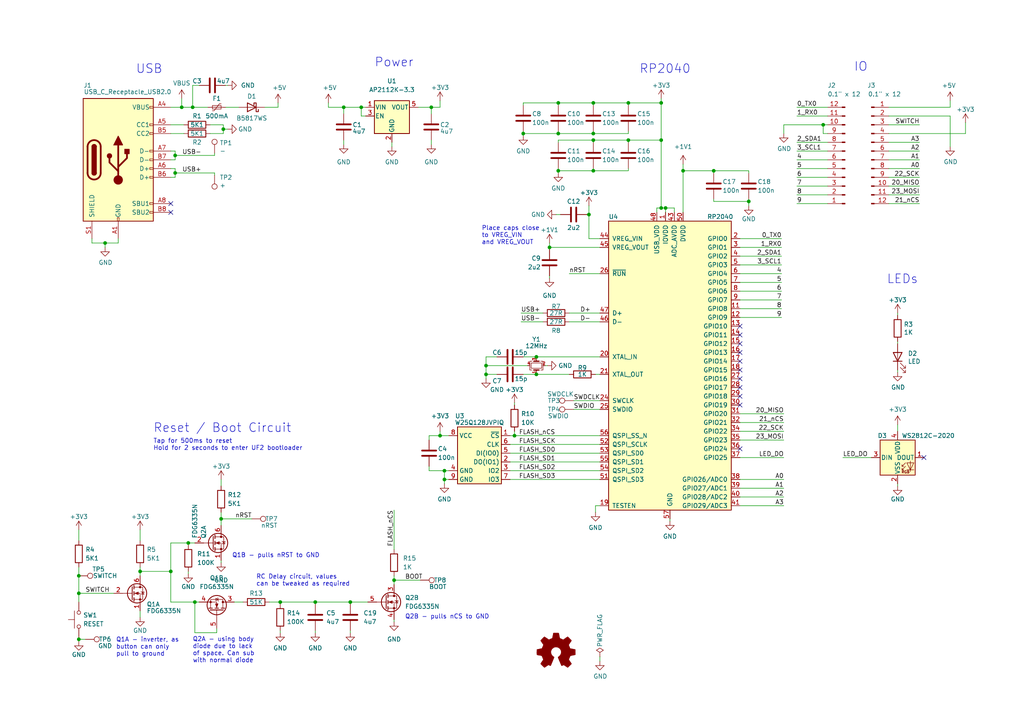
<source format=kicad_sch>
(kicad_sch (version 20211123) (generator eeschema)
  (paper "A4")
  (title_block (title "Sea Picro") (date "2022-03-07") (rev "0.2") (company "Josh Johnson"))
  (junction (at 170.815 62.23))
  (junction (at 40.64 165.735))
  (junction (at 140.97 106.045))
  (junction (at 207.01 49.53))
  (junction (at 125.095 31.115))
  (junction (at 56.515 174.625))
  (junction (at 64.77 37.465))
  (junction (at 64.135 150.495))
  (junction (at 172.085 38.735))
  (junction (at 22.86 172.085))
  (junction (at 54.61 157.48))
  (junction (at 182.245 29.845))
  (junction (at 151.765 38.735))
  (junction (at 161.925 49.53))
  (junction (at 182.245 40.64))
  (junction (at 22.86 185.42))
  (junction (at 50.8 45.085))
  (junction (at 193.04 60.325))
  (junction (at 191.77 40.64))
  (junction (at 172.085 49.53))
  (junction (at 104.775 31.115))
  (junction (at 159.385 71.755))
  (junction (at 52.705 31.115))
  (junction (at 22.86 167.005))
  (junction (at 30.48 70.485))
  (junction (at 198.12 49.53))
  (junction (at 50.8 50.165))
  (junction (at 101.6 174.625))
  (junction (at 155.575 108.585))
  (junction (at 161.925 38.735))
  (junction (at 91.44 174.625))
  (junction (at 127.635 126.365))
  (junction (at 49.53 165.735))
  (junction (at 140.97 108.585))
  (junction (at 155.575 103.505))
  (junction (at 128.905 136.525))
  (junction (at 55.88 31.115))
  (junction (at 99.695 31.115))
  (junction (at 81.28 174.625))
  (junction (at 114.3 168.275))
  (junction (at 128.905 139.065))
  (junction (at 172.085 29.845))
  (junction (at 191.77 29.845))
  (junction (at 172.085 40.64))
  (junction (at 149.225 126.365))
  (junction (at 161.925 29.845))
  (junction (at 217.17 58.42))
  (junction (at 238.76 36.195))
  (junction (at 191.77 60.325))
  (no_connect (at 214.63 114.935))
  (no_connect (at 214.63 117.475))
  (no_connect (at 214.63 99.695))
  (no_connect (at 214.63 107.315))
  (no_connect (at 214.63 104.775))
  (no_connect (at 214.63 97.155))
  (no_connect (at 214.63 94.615))
  (no_connect (at 214.63 130.175))
  (no_connect (at 214.63 112.395))
  (no_connect (at 49.53 59.055))
  (no_connect (at 214.63 102.235))
  (no_connect (at 214.63 109.855))
  (no_connect (at 49.53 61.595))
  (no_connect (at 267.97 132.715))
  (wire (pts (xy 128.905 136.525) (xy 128.905 139.065)))
  (wire (pts (xy 50.8 48.895) (xy 50.8 50.165)))
  (wire (pts (xy 260.35 107.315) (xy 260.35 107.95)))
  (wire (pts (xy 127.635 126.365) (xy 124.46 126.365)))
  (wire (pts (xy 151.765 30.48) (xy 151.765 29.845)))
  (wire (pts (xy 191.77 29.845) (xy 191.77 40.64)))
  (wire (pts (xy 60.96 36.195) (xy 64.77 36.195)))
  (wire (pts (xy 147.955 126.365) (xy 149.225 126.365)))
  (wire (pts (xy 182.245 29.845) (xy 191.77 29.845)))
  (wire (pts (xy 207.01 49.53) (xy 198.12 49.53)))
  (wire (pts (xy 56.515 174.625) (xy 49.53 174.625)))
  (wire (pts (xy 231.14 56.515) (xy 240.03 56.515)))
  (wire (pts (xy 191.77 40.64) (xy 191.77 60.325)))
  (wire (pts (xy 257.81 41.275) (xy 266.7 41.275)))
  (wire (pts (xy 114.3 167.005) (xy 114.3 168.275)))
  (wire (pts (xy 182.245 29.845) (xy 182.245 30.48)))
  (wire (pts (xy 214.63 92.075) (xy 226.695 92.075)))
  (wire (pts (xy 26.67 70.485) (xy 30.48 70.485)))
  (wire (pts (xy 140.97 103.505) (xy 140.97 106.045)))
  (wire (pts (xy 40.64 164.465) (xy 40.64 165.735)))
  (wire (pts (xy 80.645 31.115) (xy 80.645 29.845)))
  (wire (pts (xy 157.48 93.345) (xy 151.13 93.345)))
  (wire (pts (xy 231.14 53.975) (xy 240.03 53.975)))
  (wire (pts (xy 65.405 31.115) (xy 69.215 31.115)))
  (wire (pts (xy 231.14 51.435) (xy 240.03 51.435)))
  (wire (pts (xy 64.135 148.59) (xy 64.135 150.495)))
  (wire (pts (xy 161.925 48.895) (xy 161.925 49.53)))
  (wire (pts (xy 173.99 71.755) (xy 159.385 71.755)))
  (wire (pts (xy 155.575 108.585) (xy 165.1 108.585)))
  (wire (pts (xy 198.12 49.53) (xy 198.12 61.595)))
  (wire (pts (xy 22.86 167.005) (xy 22.86 172.085)))
  (wire (pts (xy 214.63 71.755) (xy 226.695 71.755)))
  (wire (pts (xy 99.695 31.115) (xy 104.775 31.115)))
  (wire (pts (xy 231.14 33.655) (xy 240.03 33.655)))
  (wire (pts (xy 55.88 24.765) (xy 57.785 24.765)))
  (wire (pts (xy 49.53 48.895) (xy 50.8 48.895)))
  (wire (pts (xy 50.8 50.165) (xy 50.8 51.435)))
  (wire (pts (xy 191.77 28.575) (xy 191.77 29.845)))
  (wire (pts (xy 275.59 31.115) (xy 275.59 29.21)))
  (wire (pts (xy 50.8 45.085) (xy 62.23 45.085)))
  (wire (pts (xy 238.76 38.735) (xy 238.76 36.195)))
  (wire (pts (xy 275.59 33.655) (xy 275.59 42.545)))
  (wire (pts (xy 172.085 30.48) (xy 172.085 29.845)))
  (wire (pts (xy 166.37 118.745) (xy 173.99 118.745)))
  (wire (pts (xy 64.135 150.495) (xy 73.025 150.495)))
  (wire (pts (xy 257.81 43.815) (xy 266.7 43.815)))
  (wire (pts (xy 207.01 57.785) (xy 207.01 58.42)))
  (wire (pts (xy 260.35 91.44) (xy 260.35 90.805)))
  (wire (pts (xy 193.04 60.325) (xy 191.77 60.325)))
  (wire (pts (xy 231.14 43.815) (xy 240.03 43.815)))
  (wire (pts (xy 64.135 150.495) (xy 64.135 152.4)))
  (wire (pts (xy 182.245 38.1) (xy 182.245 38.735)))
  (wire (pts (xy 172.085 38.735) (xy 182.245 38.735)))
  (wire (pts (xy 240.03 38.735) (xy 238.76 38.735)))
  (wire (pts (xy 214.63 144.145) (xy 227.33 144.145)))
  (wire (pts (xy 49.53 174.625) (xy 49.53 165.735)))
  (wire (pts (xy 121.285 31.115) (xy 125.095 31.115)))
  (wire (pts (xy 140.97 108.585) (xy 140.97 109.855)))
  (wire (pts (xy 114.3 147.955) (xy 114.3 159.385)))
  (wire (pts (xy 22.86 153.67) (xy 22.86 156.845)))
  (wire (pts (xy 214.63 74.295) (xy 226.695 74.295)))
  (wire (pts (xy 214.63 127.635) (xy 227.33 127.635)))
  (wire (pts (xy 64.77 36.195) (xy 64.77 37.465)))
  (wire (pts (xy 182.245 48.895) (xy 182.245 49.53)))
  (wire (pts (xy 147.955 133.985) (xy 173.99 133.985)))
  (wire (pts (xy 161.925 38.735) (xy 172.085 38.735)))
  (wire (pts (xy 207.01 49.53) (xy 217.17 49.53)))
  (wire (pts (xy 53.34 36.195) (xy 49.53 36.195)))
  (wire (pts (xy 127.635 29.21) (xy 127.635 31.115)))
  (wire (pts (xy 140.97 106.045) (xy 140.97 108.585)))
  (wire (pts (xy 159.385 70.485) (xy 159.385 71.755)))
  (wire (pts (xy 170.815 62.23) (xy 170.815 69.215)))
  (wire (pts (xy 99.695 31.115) (xy 99.695 33.02)))
  (wire (pts (xy 149.225 125.095) (xy 149.225 126.365)))
  (wire (pts (xy 172.085 49.53) (xy 182.245 49.53)))
  (wire (pts (xy 198.12 47.625) (xy 198.12 49.53)))
  (wire (pts (xy 157.48 90.805) (xy 151.13 90.805)))
  (wire (pts (xy 260.35 99.695) (xy 260.35 99.06)))
  (wire (pts (xy 257.81 36.195) (xy 266.7 36.195)))
  (wire (pts (xy 217.17 58.42) (xy 217.17 59.69)))
  (wire (pts (xy 49.53 43.815) (xy 50.8 43.815)))
  (wire (pts (xy 172.085 29.845) (xy 182.245 29.845)))
  (wire (pts (xy 257.81 33.655) (xy 275.59 33.655)))
  (wire (pts (xy 65.405 24.765) (xy 66.04 24.765)))
  (wire (pts (xy 207.01 50.165) (xy 207.01 49.53)))
  (wire (pts (xy 50.8 46.355) (xy 49.53 46.355)))
  (wire (pts (xy 22.86 172.085) (xy 33.02 172.085)))
  (wire (pts (xy 101.6 174.625) (xy 106.68 174.625)))
  (wire (pts (xy 161.925 29.845) (xy 161.925 30.48)))
  (wire (pts (xy 54.61 157.48) (xy 54.61 158.115)))
  (wire (pts (xy 101.6 182.88) (xy 101.6 183.515)))
  (wire (pts (xy 130.175 136.525) (xy 128.905 136.525)))
  (wire (pts (xy 26.67 69.215) (xy 26.67 70.485)))
  (wire (pts (xy 257.81 59.055) (xy 266.7 59.055)))
  (wire (pts (xy 104.775 33.655) (xy 104.775 31.115)))
  (wire (pts (xy 147.955 136.525) (xy 173.99 136.525)))
  (wire (pts (xy 50.8 51.435) (xy 49.53 51.435)))
  (wire (pts (xy 128.905 139.065) (xy 130.175 139.065)))
  (wire (pts (xy 257.81 48.895) (xy 266.7 48.895)))
  (wire (pts (xy 214.63 139.065) (xy 227.33 139.065)))
  (wire (pts (xy 52.705 28.575) (xy 52.705 31.115)))
  (wire (pts (xy 214.63 141.605) (xy 227.33 141.605)))
  (wire (pts (xy 260.35 123.19) (xy 260.35 125.095)))
  (wire (pts (xy 140.97 108.585) (xy 144.145 108.585)))
  (wire (pts (xy 50.8 45.085) (xy 50.8 46.355)))
  (wire (pts (xy 101.6 175.26) (xy 101.6 174.625)))
  (wire (pts (xy 214.63 84.455) (xy 226.695 84.455)))
  (wire (pts (xy 161.925 49.53) (xy 172.085 49.53)))
  (wire (pts (xy 60.96 38.735) (xy 64.77 38.735)))
  (wire (pts (xy 151.765 29.845) (xy 161.925 29.845)))
  (wire (pts (xy 172.085 40.64) (xy 172.085 41.275)))
  (wire (pts (xy 40.64 165.735) (xy 40.64 167.005)))
  (wire (pts (xy 172.085 38.1) (xy 172.085 38.735)))
  (wire (pts (xy 22.86 164.465) (xy 22.86 167.005)))
  (wire (pts (xy 125.095 31.115) (xy 125.095 33.02)))
  (wire (pts (xy 173.99 146.685) (xy 172.72 146.685)))
  (wire (pts (xy 128.905 139.065) (xy 128.905 140.335)))
  (wire (pts (xy 217.17 49.53) (xy 217.17 50.165)))
  (wire (pts (xy 147.955 128.905) (xy 173.99 128.905)))
  (wire (pts (xy 34.29 70.485) (xy 34.29 69.215)))
  (wire (pts (xy 172.72 146.685) (xy 172.72 148.59)))
  (wire (pts (xy 214.63 122.555) (xy 227.33 122.555)))
  (wire (pts (xy 22.86 184.785) (xy 22.86 185.42)))
  (wire (pts (xy 64.135 139.065) (xy 64.135 140.97)))
  (wire (pts (xy 147.955 139.065) (xy 173.99 139.065)))
  (wire (pts (xy 149.225 116.84) (xy 149.225 117.475)))
  (wire (pts (xy 113.665 41.275) (xy 113.665 42.545)))
  (wire (pts (xy 151.765 38.735) (xy 161.925 38.735)))
  (wire (pts (xy 81.28 174.625) (xy 91.44 174.625)))
  (wire (pts (xy 106.045 33.655) (xy 104.775 33.655)))
  (wire (pts (xy 252.73 132.715) (xy 244.475 132.715)))
  (wire (pts (xy 161.925 29.845) (xy 172.085 29.845)))
  (wire (pts (xy 67.945 174.625) (xy 70.485 174.625)))
  (wire (pts (xy 193.04 60.325) (xy 193.04 61.595)))
  (wire (pts (xy 127.635 125.095) (xy 127.635 126.365)))
  (wire (pts (xy 151.765 38.735) (xy 151.765 39.37)))
  (wire (pts (xy 50.8 50.165) (xy 62.23 50.165)))
  (wire (pts (xy 231.14 48.895) (xy 240.03 48.895)))
  (wire (pts (xy 257.81 53.975) (xy 266.7 53.975)))
  (wire (pts (xy 173.99 191.77) (xy 173.99 190.5)))
  (wire (pts (xy 151.765 38.1) (xy 151.765 38.735)))
  (wire (pts (xy 62.23 44.45) (xy 62.23 45.085)))
  (wire (pts (xy 22.86 185.42) (xy 24.765 185.42)))
  (wire (pts (xy 173.99 69.215) (xy 170.815 69.215)))
  (wire (pts (xy 54.61 165.735) (xy 54.61 166.37)))
  (wire (pts (xy 214.63 81.915) (xy 226.695 81.915)))
  (wire (pts (xy 214.63 79.375) (xy 226.695 79.375)))
  (wire (pts (xy 50.8 43.815) (xy 50.8 45.085)))
  (wire (pts (xy 55.88 31.115) (xy 60.325 31.115)))
  (wire (pts (xy 166.37 116.205) (xy 173.99 116.205)))
  (wire (pts (xy 182.245 40.64) (xy 191.77 40.64)))
  (wire (pts (xy 54.61 157.48) (xy 56.515 157.48)))
  (wire (pts (xy 56.515 183.515) (xy 56.515 174.625)))
  (wire (pts (xy 214.63 125.095) (xy 227.33 125.095)))
  (wire (pts (xy 214.63 89.535) (xy 226.695 89.535)))
  (wire (pts (xy 194.31 150.495) (xy 194.31 151.13)))
  (wire (pts (xy 40.64 177.165) (xy 40.64 179.07)))
  (wire (pts (xy 170.18 62.23) (xy 170.815 62.23)))
  (wire (pts (xy 125.095 40.64) (xy 125.095 41.91)))
  (wire (pts (xy 195.58 60.325) (xy 193.04 60.325)))
  (wire (pts (xy 81.28 174.625) (xy 78.105 174.625)))
  (wire (pts (xy 159.385 71.755) (xy 159.385 72.39)))
  (wire (pts (xy 172.085 48.895) (xy 172.085 49.53)))
  (wire (pts (xy 149.225 126.365) (xy 173.99 126.365)))
  (wire (pts (xy 257.81 51.435) (xy 266.7 51.435)))
  (wire (pts (xy 231.14 41.275) (xy 240.03 41.275)))
  (wire (pts (xy 81.28 175.26) (xy 81.28 174.625)))
  (wire (pts (xy 81.28 182.88) (xy 81.28 183.515)))
  (wire (pts (xy 191.77 60.325) (xy 190.5 60.325)))
  (wire (pts (xy 280.035 35.56) (xy 280.035 38.735)))
  (wire (pts (xy 49.53 165.735) (xy 40.64 165.735)))
  (wire (pts (xy 62.865 183.515) (xy 56.515 183.515)))
  (wire (pts (xy 161.925 40.64) (xy 172.085 40.64)))
  (wire (pts (xy 127.635 126.365) (xy 130.175 126.365)))
  (wire (pts (xy 159.385 80.01) (xy 159.385 80.645)))
  (wire (pts (xy 64.77 37.465) (xy 64.77 38.735)))
  (wire (pts (xy 214.63 76.835) (xy 226.695 76.835)))
  (wire (pts (xy 165.1 93.345) (xy 173.99 93.345)))
  (wire (pts (xy 217.17 57.785) (xy 217.17 58.42)))
  (wire (pts (xy 49.53 31.115) (xy 52.705 31.115)))
  (wire (pts (xy 40.64 153.67) (xy 40.64 156.845)))
  (wire (pts (xy 91.44 182.88) (xy 91.44 183.515)))
  (wire (pts (xy 260.35 140.335) (xy 260.35 140.97)))
  (wire (pts (xy 53.34 38.735) (xy 49.53 38.735)))
  (wire (pts (xy 151.765 108.585) (xy 155.575 108.585)))
  (wire (pts (xy 227.33 36.195) (xy 238.76 36.195)))
  (wire (pts (xy 95.25 31.115) (xy 95.25 29.845)))
  (wire (pts (xy 161.29 62.23) (xy 162.56 62.23)))
  (wire (pts (xy 158.115 106.045) (xy 158.75 106.045)))
  (wire (pts (xy 231.14 31.115) (xy 240.03 31.115)))
  (wire (pts (xy 161.925 41.275) (xy 161.925 40.64)))
  (wire (pts (xy 62.865 182.245) (xy 62.865 183.515)))
  (wire (pts (xy 165.1 90.805) (xy 173.99 90.805)))
  (wire (pts (xy 190.5 60.325) (xy 190.5 61.595)))
  (wire (pts (xy 114.3 179.705) (xy 114.3 180.34)))
  (wire (pts (xy 140.97 106.045) (xy 153.035 106.045)))
  (wire (pts (xy 182.245 41.275) (xy 182.245 40.64)))
  (wire (pts (xy 227.33 36.195) (xy 227.33 38.735)))
  (wire (pts (xy 64.135 162.56) (xy 64.135 163.195)))
  (wire (pts (xy 125.095 31.115) (xy 127.635 31.115)))
  (wire (pts (xy 104.775 31.115) (xy 106.045 31.115)))
  (wire (pts (xy 161.925 49.53) (xy 161.925 50.165)))
  (wire (pts (xy 173.99 79.375) (xy 165.1 79.375)))
  (wire (pts (xy 66.04 37.465) (xy 64.77 37.465)))
  (wire (pts (xy 161.925 38.1) (xy 161.925 38.735)))
  (wire (pts (xy 55.88 24.765) (xy 55.88 31.115)))
  (wire (pts (xy 52.705 31.115) (xy 55.88 31.115)))
  (wire (pts (xy 195.58 61.595) (xy 195.58 60.325)))
  (wire (pts (xy 214.63 146.685) (xy 227.33 146.685)))
  (wire (pts (xy 257.81 38.735) (xy 280.035 38.735)))
  (wire (pts (xy 257.81 46.355) (xy 266.7 46.355)))
  (wire (pts (xy 30.48 70.485) (xy 34.29 70.485)))
  (wire (pts (xy 231.14 46.355) (xy 240.03 46.355)))
  (wire (pts (xy 124.46 126.365) (xy 124.46 127.635)))
  (wire (pts (xy 155.575 103.505) (xy 173.99 103.505)))
  (wire (pts (xy 214.63 120.015) (xy 227.33 120.015)))
  (wire (pts (xy 147.955 131.445) (xy 173.99 131.445)))
  (wire (pts (xy 49.53 157.48) (xy 54.61 157.48)))
  (wire (pts (xy 207.01 58.42) (xy 217.17 58.42)))
  (wire (pts (xy 76.835 31.115) (xy 80.645 31.115)))
  (wire (pts (xy 124.46 135.255) (xy 124.46 136.525)))
  (wire (pts (xy 99.695 40.64) (xy 99.695 41.91)))
  (wire (pts (xy 95.25 31.115) (xy 99.695 31.115)))
  (wire (pts (xy 257.81 31.115) (xy 275.59 31.115)))
  (wire (pts (xy 231.14 59.055) (xy 240.03 59.055)))
  (wire (pts (xy 114.3 168.275) (xy 121.92 168.275)))
  (wire (pts (xy 257.81 56.515) (xy 266.7 56.515)))
  (wire (pts (xy 22.86 172.085) (xy 22.86 174.625)))
  (wire (pts (xy 172.085 40.64) (xy 182.245 40.64)))
  (wire (pts (xy 62.23 50.8) (xy 62.23 50.165)))
  (wire (pts (xy 170.815 59.69) (xy 170.815 62.23)))
  (wire (pts (xy 144.145 103.505) (xy 140.97 103.505)))
  (wire (pts (xy 124.46 136.525) (xy 128.905 136.525)))
  (wire (pts (xy 172.72 108.585) (xy 173.99 108.585)))
  (wire (pts (xy 214.63 132.715) (xy 227.33 132.715)))
  (wire (pts (xy 91.44 175.26) (xy 91.44 174.625)))
  (wire (pts (xy 238.76 36.195) (xy 240.03 36.195)))
  (wire (pts (xy 214.63 69.215) (xy 226.695 69.215)))
  (wire (pts (xy 56.515 174.625) (xy 57.785 174.625)))
  (wire (pts (xy 114.3 168.275) (xy 114.3 169.545)))
  (wire (pts (xy 49.53 157.48) (xy 49.53 165.735)))
  (wire (pts (xy 91.44 174.625) (xy 101.6 174.625)))
  (wire (pts (xy 22.86 185.42) (xy 22.86 186.055)))
  (wire (pts (xy 214.63 86.995) (xy 226.695 86.995)))
  (wire (pts (xy 151.765 103.505) (xy 155.575 103.505)))
  (wire (pts (xy 30.48 71.755) (xy 30.48 70.485)))
  (text "LEDs" (at 257.175 82.55 0) (effects (font (size 2.54 2.54)) (justify left bottom)))
  (text "RP2040" (at 185.42 21.59 0) (effects (font (size 2.54 2.54)) (justify left bottom)))
  (text "Power" (at 108.585 19.685 0) (effects (font (size 2.54 2.54)) (justify left bottom)))
  (text "Q1B - pulls nRST to GND" (at 67.31 161.925 0) (effects (font (size 1.27 1.27)) (justify left bottom)))
  (text "Q1A - inverter, as \nbutton can only \npull to ground" (at 33.655 190.5 0) (effects (font (size 1.27 1.27)) (justify left bottom)))
  (text "Place caps close \nto VREG_VIN \nand VREG_VOUT" (at 139.7 71.12 0) (effects (font (size 1.27 1.27)) (justify left bottom)))
  (text "Q2A - using body \ndiode due to lack\nof space. Can sub\nwith normal diode" (at 55.88 192.405 0) (effects (font (size 1.27 1.27)) (justify left bottom)))
  (text "Tap for 500ms to reset\nHold for 2 seconds to enter UF2 bootloader" (at 44.45 130.81 0) (effects (font (size 1.27 1.27)) (justify left bottom)))
  (text "RC Delay circuit, values\ncan be tweaked as required" (at 74.295 170.18 0) (effects (font (size 1.27 1.27)) (justify left bottom)))
  (text "Reset / Boot Circuit" (at 44.45 125.73 0) (effects (font (size 2.54 2.54)) (justify left bottom)))
  (text "IO" (at 247.65 20.955 0) (effects (font (size 2.54 2.54)) (justify left bottom)))
  (text "USB" (at 39.37 21.59 0) (effects (font (size 2.54 2.54)) (justify left bottom)))
  (text "Q2B - pulls nCS to GND" (at 117.475 179.705 0) (effects (font (size 1.27 1.27)) (justify left bottom)))
  (label "23_MOSI" (at 227.33 127.635 180))
  (label "USB-" (at 58.42 45.085 180))
  (label "4" (at 231.14 46.355 0))
  (label "SWDIO" (at 166.37 118.745 0))
  (label "3_SCL1" (at 226.695 76.835 180))
  (label "SWDCLK" (at 166.37 116.205 0))
  (label "22_SCK" (at 227.33 125.095 180))
  (label "LED_DO" (at 244.475 132.715 0))
  (label "7" (at 231.14 53.975 0))
  (label "A2" (at 227.33 144.145 180))
  (label "4" (at 226.695 79.375 180))
  (label "3_SCL1" (at 231.14 43.815 0))
  (label "2_SDA1" (at 231.14 41.275 0))
  (label "5" (at 231.14 48.895 0))
  (label "22_SCK" (at 266.7 51.435 180))
  (label "6" (at 231.14 51.435 0))
  (label "nRST" (at 165.1 79.375 0))
  (label "20_MISO" (at 227.33 120.015 180))
  (label "USB-" (at 151.13 93.345 0))
  (label "23_MOSI" (at 266.7 56.515 180))
  (label "FLASH_SD0" (at 150.495 131.445 0))
  (label "FLASH_SD3" (at 150.495 139.065 0))
  (label "SWITCH" (at 24.765 172.085 0))
  (label "FLASH_nCS" (at 114.3 147.955 270))
  (label "9" (at 226.695 92.075 180))
  (label "A1" (at 227.33 141.605 180))
  (label "FLASH_nCS" (at 150.495 126.365 0))
  (label "21_nCS" (at 227.33 122.555 180))
  (label "8" (at 226.695 89.535 180))
  (label "5" (at 226.695 81.915 180))
  (label "A0" (at 227.33 139.065 180))
  (label "D-" (at 168.275 93.345 0))
  (label "USB+" (at 58.42 50.165 180))
  (label "0_TX0" (at 226.695 69.215 180))
  (label "USB+" (at 151.13 90.805 0))
  (label "LED_DO" (at 227.33 132.715 180))
  (label "9" (at 231.14 59.055 0))
  (label "6" (at 226.695 84.455 180))
  (label "21_nCS" (at 266.7 59.055 180))
  (label "7" (at 226.695 86.995 180))
  (label "8" (at 231.14 56.515 0))
  (label "nRST" (at 73.025 150.495 180))
  (label "0_TX0" (at 231.14 31.115 0))
  (label "D+" (at 168.275 90.805 0))
  (label "A3" (at 266.7 41.275 180))
  (label "FLASH_SCK" (at 150.495 128.905 0))
  (label "20_MISO" (at 266.7 53.975 180))
  (label "SWITCH" (at 266.7 36.195 180))
  (label "A0" (at 266.7 48.895 180))
  (label "1_RX0" (at 231.14 33.655 0))
  (label "A3" (at 227.33 146.685 180))
  (label "A2" (at 266.7 43.815 180))
  (label "1_RX0" (at 226.695 71.755 180))
  (label "BOOT" (at 117.475 168.275 0))
  (label "FLASH_SD2" (at 150.495 136.525 0))
  (label "2_SDA1" (at 226.695 74.295 180))
  (label "FLASH_SD1" (at 150.495 133.985 0))
  (label "A1" (at 266.7 46.355 180))
  (symbol (lib_id "Connector:USB_C_Receptacle_USB2.0") (at 34.29 46.355 0) (unit 1)
    (property "Reference" "J1" (at 25.4 24.765 0))
    (property "Value" "USB_C_Receptacle_USB2.0" (at 37.0078 26.6446 0))
    (property "Footprint" "josh-connectors:USB_C_TYPE-C-31-M-14_COMPACT" (effects hide))
    (property "Datasheet" "https://www.usb.org/sites/default/files/documents/usb_type-c.zip" (effects hide))
    (property "LCSC" "C223907" (effects hide))
    (property "MPN " "TYPE-C-31-M-14" (effects hide))
    (property "Manufacturer" "Korean Hroparts Elec" (effects hide))
  )
  (symbol (lib_id "power:GND") (at 30.48 71.755 0) (unit 1)
    (property "Reference" "#PWR01" (effects hide))
    (property "Value" "GND" (at 30.607 76.1492 0))
  )
  (symbol (lib_id "Device:R") (at 57.15 36.195 270) (unit 1)
    (property "Reference" "R1" (at 57.15 33.655 90))
    (property "Value" "5K1" (at 57.15 36.195 90))
    (property "Footprint" "Resistor_SMD:R_0402_1005Metric" (effects hide))
    (property "LCSC" "C25905" (effects hide))
    (property "MPN " "0402WGF5101TCE" (effects hide))
    (property "Manufacturer" "UNI-ROYAL(Uniroyal Elec)" (effects hide))
  )
  (symbol (lib_id "Device:R") (at 57.15 38.735 270) (unit 1)
    (property "Reference" "R2" (at 57.15 41.275 90))
    (property "Value" "5K1" (at 57.15 38.735 90))
    (property "Footprint" "Resistor_SMD:R_0402_1005Metric" (effects hide))
    (property "LCSC" "C25905" (effects hide))
    (property "MPN " "0402WGF5101TCE" (effects hide))
    (property "Manufacturer" "UNI-ROYAL(Uniroyal Elec)" (effects hide))
  )
  (symbol (lib_id "power:GND") (at 66.04 37.465 90) (unit 1)
    (property "Reference" "#PWR02" (effects hide))
    (property "Value" "GND" (at 71.12 37.465 90))
  )
  (symbol (lib_id "Device:D_Schottky") (at 73.025 31.115 180) (unit 1)
    (property "Reference" "D1" (at 73.025 27.94 0))
    (property "Value" "B5817WS" (at 73.025 34.29 0))
    (property "Footprint" "Diode_SMD:D_SOD-323" (effects hide))
    (property "LCSC" "C699102" (effects hide))
    (property "MPN " "B5817WS" (effects hide))
    (property "Manufacturer" "Yangzhou Yangjie Elec Tech" (effects hide))
  )
  (symbol (lib_id "power:+5V") (at 80.645 29.845 0) (unit 1)
    (property "Reference" "#PWR05" (effects hide))
    (property "Value" "+5V" (at 81.026 25.4508 0))
  )
  (symbol (lib_id "Device:Polyfuse_Small") (at 62.865 31.115 270) (unit 1)
    (property "Reference" "F1" (at 62.865 28.575 90))
    (property "Value" "500mA" (at 62.865 33.655 90))
    (property "Footprint" "josh-passives-smt:Fuse_0603_1608Metric" (effects hide))
    (property "LCSC" "C210357" (effects hide))
    (property "MPN " "MF-FSMF050X-2" (effects hide))
    (property "Manufacturer" "BOURNS" (effects hide))
  )
  (symbol (lib_id "Connector:Conn_01x12_Male") (at 245.11 46.355 180) (unit 1) (in_bom no)
    (property "Reference" "J2" (at 240.03 24.765 0) (effects (justify right)))
    (property "Value" "0.1\" x 12" (at 240.03 27.305 0) (effects (justify right)))
    (property "Footprint" "josh-connectors:Castellated_Short_P2.54x12" (effects hide))
    (property "DNP" "DNP" (effects hide))
  )
  (symbol (lib_id "Connector:Conn_01x12_Male") (at 252.73 43.815 0) (unit 1) (in_bom no)
    (property "Reference" "J3" (at 252.73 24.765 0))
    (property "Value" "0.1\" x 12" (at 256.54 27.305 0))
    (property "Footprint" "josh-connectors:Castellated_Short_P2.54x12" (effects hide))
    (property "DNP" "DNP" (effects hide))
  )
  (symbol (lib_id "Device:LED") (at 260.35 103.505 90) (unit 1)
    (property "Reference" "D2" (at 263.3218 102.5144 90) (effects (justify right)))
    (property "Value" "LED" (at 263.3218 104.8258 90) (effects (justify right)))
    (property "Footprint" "LED_SMD:LED_0603_1608Metric" (effects hide))
    (property "LCSC" "C268294" (effects hide))
    (property "MPN " "OSK40603C1E" (effects hide))
    (property "Manufacturer" "OptoSupply\r" (effects hide))
  )
  (symbol (lib_id "Device:R") (at 260.35 95.25 0) (unit 1)
    (property "Reference" "R3" (at 262.128 94.0816 0) (effects (justify left)))
    (property "Value" "1K" (at 262.128 96.393 0) (effects (justify left)))
    (property "Footprint" "Resistor_SMD:R_0402_1005Metric" (effects hide))
    (property "LCSC" "C11702" (effects hide))
    (property "MPN " "0402WGF1001TCE" (effects hide))
    (property "Manufacturer" "UNI-ROYAL(Uniroyal Elec)" (effects hide))
  )
  (symbol (lib_id "power:GND") (at 260.35 107.95 0) (unit 1)
    (property "Reference" "#PWR07" (effects hide))
    (property "Value" "GND" (at 260.477 112.3442 0))
  )
  (symbol (lib_id "power:GND") (at 227.33 38.735 0) (unit 1)
    (property "Reference" "#PWR03" (effects hide))
    (property "Value" "GND" (at 227.457 43.1292 0))
  )
  (symbol (lib_id "power:+5V") (at 275.59 29.21 0) (mirror y) (unit 1)
    (property "Reference" "#PWR010" (effects hide))
    (property "Value" "+5V" (at 275.209 24.8158 0))
  )
  (symbol (lib_id "power:GND") (at 275.59 42.545 0) (unit 1)
    (property "Reference" "#PWR09" (effects hide))
    (property "Value" "GND" (at 275.717 46.9392 0))
  )
  (symbol (lib_id "power:PWR_FLAG") (at 173.99 190.5 0) (unit 1)
    (property "Reference" "#FLG04" (effects hide))
    (property "Value" "PWR_FLAG" (at 173.99 182.88 90))
  )
  (symbol (lib_id "power:GND") (at 173.99 191.77 0) (unit 1)
    (property "Reference" "#PWR017" (effects hide))
    (property "Value" "GND" (at 174.117 196.1642 0))
  )
  (symbol (lib_id "Graphic:Logo_Open_Hardware_Small") (at 161.29 189.23 0) (unit 1) (in_bom no)
    (property "Reference" "LOGO1" (effects hide))
    (property "Value" "Logo_Open_Hardware_Small" (effects hide))
    (property "Footprint" "josh-logos:OSHW_Logo_3.6x3.6_F.Mask" (effects hide))
    (property "DNP" "DNP" (effects hide))
  )
  (symbol (lib_id "Connector:TestPoint") (at 62.23 44.45 0) (unit 1) (in_bom no)
    (property "Reference" "TP1" (at 63.7032 41.4528 0) (effects (justify left)))
    (property "Value" "-" (at 63.7032 43.7642 0) (effects (justify left)))
    (property "Footprint" "TestPoint:TestPoint_Pad_D1.0mm" (effects hide))
    (property "DNP" "DNP" (effects hide))
  )
  (symbol (lib_id "Connector:TestPoint") (at 62.23 50.8 180) (unit 1) (in_bom no)
    (property "Reference" "TP2" (at 63.7032 51.4604 0) (effects (justify right)))
    (property "Value" "+" (at 63.7032 53.7718 0) (effects (justify right)))
    (property "Footprint" "TestPoint:TestPoint_Pad_D1.0mm" (effects hide))
    (property "DNP" "DNP" (effects hide))
  )
  (symbol (lib_id "Device:C") (at 159.385 76.2 0) (mirror y) (unit 1)
    (property "Reference" "C9" (at 156.845 74.93 0) (effects (justify left)))
    (property "Value" "2u2" (at 156.845 77.47 0) (effects (justify left)))
    (property "Footprint" "Capacitor_SMD:C_0402_1005Metric" (effects hide))
    (property "LCSC" "C12530" (effects hide))
    (property "MPN " "CL05A225MQ5NSNC" (effects hide))
    (property "Manufacturer" "Samsung Electro-Mechanics" (effects hide))
  )
  (symbol (lib_id "power:GND") (at 99.695 41.91 0) (unit 1)
    (property "Reference" "#PWR06" (effects hide))
    (property "Value" "GND" (at 99.695 46.99 0))
  )
  (symbol (lib_id "Device:C") (at 101.6 179.07 0) (unit 1)
    (property "Reference" "C19" (at 105.41 177.7999 0) (effects (justify left)))
    (property "Value" "4u7" (at 105.41 180.3399 0) (effects (justify left)))
    (property "Footprint" "Capacitor_SMD:C_0402_1005Metric" (effects hide))
  )
  (symbol (lib_id "Device:C") (at 124.46 131.445 0) (unit 1)
    (property "Reference" "C4" (at 127 130.175 0) (effects (justify left)))
    (property "Value" "100n" (at 127 132.715 0) (effects (justify left)))
    (property "Footprint" "Capacitor_SMD:C_0402_1005Metric" (effects hide))
    (property "LCSC" "C1525" (effects hide))
    (property "MPN " "CL05B104KO5NNNC" (effects hide))
    (property "Manufacturer" "Samsung Electro-Mechanics" (effects hide))
  )
  (symbol (lib_id "power:GND") (at 194.31 151.13 0) (unit 1)
    (property "Reference" "#PWR033" (effects hide))
    (property "Value" "GND" (at 194.31 155.575 0))
  )
  (symbol (lib_id "Transistor_FET:FDG6335N") (at 61.595 157.48 0) (unit 1)
    (property "Reference" "Q2" (at 59.055 154.305 90))
    (property "Value" "FDG6335N" (at 56.515 151.13 90))
    (property "Footprint" "Package_TO_SOT_SMD:SOT-363_SC-70-6" (effects hide))
    (property "Datasheet" "http://www.gneic.com/product/datasheet/FDG6335N-1122853.pdf" (effects hide))
  )
  (symbol (lib_id "Device:R") (at 54.61 161.925 0) (unit 1)
    (property "Reference" "R11" (at 57.15 160.6549 0) (effects (justify left)))
    (property "Value" "100K" (at 57.15 163.1949 0) (effects (justify left)))
    (property "Footprint" "Resistor_SMD:R_0402_1005Metric" (effects hide))
    (property "LCSC" "C25905" (effects hide))
    (property "MPN " "0402WGF5101TCE" (effects hide))
    (property "Manufacturer" "UNI-ROYAL(Uniroyal Elec)" (effects hide))
  )
  (symbol (lib_id "Device:Crystal_GND24_Small") (at 155.575 106.045 90) (unit 1)
    (property "Reference" "Y1" (at 155.575 98.425 90))
    (property "Value" "12MHz" (at 155.575 100.33 90))
    (property "Footprint" "josh-oscillators:Crystal_SMD_3225-4Pin_3.2x2.5mm" (effects hide))
  )
  (symbol (lib_id "Transistor_FET:FDG6335N") (at 62.865 177.165 270) (mirror x) (unit 2)
    (property "Reference" "Q1" (at 62.865 167.64 90))
    (property "Value" "FDG6335N" (at 62.865 170.18 90))
    (property "Footprint" "Package_TO_SOT_SMD:SOT-363_SC-70-6" (effects hide))
    (property "Datasheet" "http://www.gneic.com/product/datasheet/FDG6335N-1122853.pdf" (effects hide))
  )
  (symbol (lib_id "power:+3V3") (at 191.77 28.575 0) (unit 1)
    (property "Reference" "#PWR032" (effects hide))
    (property "Value" "+3V3" (at 191.77 24.765 0))
  )
  (symbol (lib_id "Connector:TestPoint") (at 166.37 116.205 90) (unit 1) (in_bom no)
    (property "Reference" "TP3" (at 160.655 116.205 90))
    (property "Value" "SWDCLK" (at 162.56 114.3 90))
    (property "Footprint" "TestPoint:TestPoint_Pad_D1.0mm" (effects hide))
    (property "DNP" "DNP" (effects hide))
  )
  (symbol (lib_id "power:GND") (at 66.04 24.765 90) (unit 1)
    (property "Reference" "#PWR018" (effects hide))
    (property "Value" "GND" (at 69.85 24.7649 90) (effects (justify right)))
  )
  (symbol (lib_id "power:GND") (at 22.86 186.055 0) (unit 1)
    (property "Reference" "#PWR0111" (effects hide))
    (property "Value" "GND" (at 22.86 189.865 0))
  )
  (symbol (lib_id "Connector:TestPoint") (at 22.86 167.005 270) (unit 1) (in_bom no)
    (property "Reference" "TP5" (at 28.575 165.1 90))
    (property "Value" "SWITCH" (at 30.48 167.005 90))
    (property "Footprint" "TestPoint:TestPoint_Pad_D1.0mm" (effects hide))
    (property "DNP" "DNP" (effects hide))
  )
  (symbol (lib_id "Device:R") (at 161.29 90.805 90) (unit 1)
    (property "Reference" "R7" (at 161.29 88.9 90))
    (property "Value" "27R" (at 161.29 90.805 90))
    (property "Footprint" "Resistor_SMD:R_0402_1005Metric" (effects hide))
    (property "LCSC" "C25100" (effects hide))
    (property "MPN " "0402WGF270JTCE" (effects hide))
    (property "Manufacturer" "UNI-ROYAL(Uniroyal Elec)" (effects hide))
  )
  (symbol (lib_id "Device:C") (at 161.925 45.085 0) (unit 1)
    (property "Reference" "C11" (at 164.465 43.815 0) (effects (justify left)))
    (property "Value" "100n" (at 164.465 46.355 0) (effects (justify left)))
    (property "Footprint" "Capacitor_SMD:C_0402_1005Metric" (effects hide))
    (property "LCSC" "C1525" (effects hide))
    (property "MPN " "CL05B104KO5NNNC" (effects hide))
    (property "Manufacturer" "Samsung Electro-Mechanics" (effects hide))
  )
  (symbol (lib_id "power:GND") (at 64.135 163.195 0) (unit 1)
    (property "Reference" "#PWR0101" (effects hide))
    (property "Value" "GND" (at 64.135 168.275 0))
  )
  (symbol (lib_id "Device:R") (at 168.91 108.585 90) (unit 1)
    (property "Reference" "R9" (at 168.91 106.68 90))
    (property "Value" "1K" (at 168.91 108.585 90))
    (property "Footprint" "Resistor_SMD:R_0402_1005Metric" (effects hide))
    (property "LCSC" "C11702" (effects hide))
    (property "MPN " "0402WGF1001TCE" (effects hide))
    (property "Manufacturer" "UNI-ROYAL(Uniroyal Elec)" (effects hide))
  )
  (symbol (lib_id "power:+3V3") (at 149.225 116.84 0) (unit 1)
    (property "Reference" "#PWR023" (effects hide))
    (property "Value" "+3V3" (at 149.225 113.03 0))
  )
  (symbol (lib_id "power:GND") (at 151.765 39.37 0) (unit 1)
    (property "Reference" "#PWR024" (effects hide))
    (property "Value" "GND" (at 151.765 43.815 0))
  )
  (symbol (lib_id "Device:R") (at 22.86 160.655 0) (unit 1)
    (property "Reference" "R4" (at 24.765 159.3849 0) (effects (justify left)))
    (property "Value" "5K1" (at 24.765 161.9249 0) (effects (justify left)))
    (property "Footprint" "Resistor_SMD:R_0402_1005Metric" (effects hide))
    (property "LCSC" "C25905" (effects hide))
    (property "MPN " "0402WGF5101TCE" (effects hide))
    (property "Manufacturer" "UNI-ROYAL(Uniroyal Elec)" (effects hide))
  )
  (symbol (lib_id "Device:C") (at 182.245 45.085 0) (unit 1)
    (property "Reference" "C16" (at 184.785 43.815 0) (effects (justify left)))
    (property "Value" "100n" (at 184.785 46.355 0) (effects (justify left)))
    (property "Footprint" "Capacitor_SMD:C_0402_1005Metric" (effects hide))
    (property "LCSC" "C1525" (effects hide))
    (property "MPN " "CL05B104KO5NNNC" (effects hide))
    (property "Manufacturer" "Samsung Electro-Mechanics" (effects hide))
  )
  (symbol (lib_id "power:GND") (at 161.925 50.165 0) (unit 1)
    (property "Reference" "#PWR029" (effects hide))
    (property "Value" "GND" (at 161.925 54.61 0))
  )
  (symbol (lib_id "power:+3V3") (at 280.035 35.56 0) (unit 1)
    (property "Reference" "#PWR039" (effects hide))
    (property "Value" "+3V3" (at 280.035 31.75 0))
  )
  (symbol (lib_id "Device:R") (at 114.3 163.195 0) (unit 1)
    (property "Reference" "R15" (at 116.84 161.9249 0) (effects (justify left)))
    (property "Value" "1K" (at 116.84 164.4649 0) (effects (justify left)))
    (property "Footprint" "Resistor_SMD:R_0402_1005Metric" (effects hide))
    (property "LCSC" "C11702" (effects hide))
    (property "MPN " "0402WGF1001TCE" (effects hide))
    (property "Manufacturer" "UNI-ROYAL(Uniroyal Elec)" (effects hide))
  )
  (symbol (lib_id "power:+1V1") (at 198.12 47.625 0) (unit 1)
    (property "Reference" "#PWR034" (effects hide))
    (property "Value" "+1V1" (at 198.12 42.545 0))
  )
  (symbol (lib_id "Device:C") (at 217.17 53.975 0) (unit 1)
    (property "Reference" "C18" (at 219.71 52.705 0) (effects (justify left)))
    (property "Value" "100n" (at 219.71 55.245 0) (effects (justify left)))
    (property "Footprint" "Capacitor_SMD:C_0402_1005Metric" (effects hide))
    (property "LCSC" "C1525" (effects hide))
    (property "MPN " "CL05B104KO5NNNC" (effects hide))
    (property "Manufacturer" "Samsung Electro-Mechanics" (effects hide))
  )
  (symbol (lib_id "Device:R") (at 64.135 144.78 0) (unit 1)
    (property "Reference" "R12" (at 66.04 143.5099 0) (effects (justify left)))
    (property "Value" "5K1" (at 66.04 146.0499 0) (effects (justify left)))
    (property "Footprint" "Resistor_SMD:R_0402_1005Metric" (effects hide))
    (property "LCSC" "C25905" (effects hide))
    (property "MPN " "0402WGF5101TCE" (effects hide))
    (property "Manufacturer" "UNI-ROYAL(Uniroyal Elec)" (effects hide))
  )
  (symbol (lib_id "power:GND") (at 260.35 140.97 0) (unit 1)
    (property "Reference" "#PWR038" (effects hide))
    (property "Value" "GND" (at 260.35 144.78 0))
  )
  (symbol (lib_id "Device:C") (at 207.01 53.975 0) (unit 1)
    (property "Reference" "C17" (at 209.55 52.705 0) (effects (justify left)))
    (property "Value" "100n" (at 209.55 55.245 0) (effects (justify left)))
    (property "Footprint" "Capacitor_SMD:C_0402_1005Metric" (effects hide))
    (property "LCSC" "C1525" (effects hide))
    (property "MPN " "CL05B104KO5NNNC" (effects hide))
    (property "Manufacturer" "Samsung Electro-Mechanics" (effects hide))
  )
  (symbol (lib_id "Device:C") (at 151.765 34.29 0) (unit 1)
    (property "Reference" "C8" (at 154.305 33.02 0) (effects (justify left)))
    (property "Value" "100n" (at 154.305 35.56 0) (effects (justify left)))
    (property "Footprint" "Capacitor_SMD:C_0402_1005Metric" (effects hide))
    (property "LCSC" "C1525" (effects hide))
    (property "MPN " "CL05B104KO5NNNC" (effects hide))
    (property "Manufacturer" "Samsung Electro-Mechanics" (effects hide))
  )
  (symbol (lib_id "power:GND") (at 128.905 140.335 0) (unit 1)
    (property "Reference" "#PWR021" (effects hide))
    (property "Value" "GND" (at 128.905 144.78 0))
  )
  (symbol (lib_id "power:+3V3") (at 127.635 29.21 0) (unit 1)
    (property "Reference" "#PWR016" (effects hide))
    (property "Value" "+3V3" (at 127.635 25.4 0))
  )
  (symbol (lib_id "Device:C") (at 166.37 62.23 90) (unit 1)
    (property "Reference" "C12" (at 166.37 58.42 90))
    (property "Value" "2u2" (at 166.37 66.04 90))
    (property "Footprint" "Capacitor_SMD:C_0402_1005Metric" (effects hide))
    (property "LCSC" "C12530" (effects hide))
    (property "MPN " "CL05A225MQ5NSNC" (effects hide))
    (property "Manufacturer" "Samsung Electro-Mechanics" (effects hide))
  )
  (symbol (lib_id "josh-memory:W25Q128JVSIQ") (at 135.255 131.445 0) (mirror y) (unit 1)
    (property "Reference" "U3" (at 133.35 120.65 0))
    (property "Value" "W25Q128JVPIQ" (at 139.065 122.555 0))
    (property "Footprint" "Package_SON:WSON-8-1EP_6x5mm_P1.27mm_EP3.4x4.3mm" (effects hide))
    (property "Datasheet" "http://www.winbond.com/resource-files/w25q32jv%20revg%2003272018%20plus.pdf" (effects hide))
    (property "LCSC" "C190862" (effects hide))
    (property "MPN " "W25Q128JVPIQ" (effects hide))
    (property "Manufacturer" "Winbond Elec " (effects hide))
  )
  (symbol (lib_id "Device:R") (at 40.64 160.655 0) (unit 1)
    (property "Reference" "R5" (at 42.545 159.3849 0) (effects (justify left)))
    (property "Value" "5K1" (at 42.545 161.9249 0) (effects (justify left)))
    (property "Footprint" "Resistor_SMD:R_0402_1005Metric" (effects hide))
    (property "LCSC" "C25905" (effects hide))
    (property "MPN " "0402WGF5101TCE" (effects hide))
    (property "Manufacturer" "UNI-ROYAL(Uniroyal Elec)" (effects hide))
  )
  (symbol (lib_id "Device:C") (at 147.955 103.505 90) (unit 1)
    (property "Reference" "C6" (at 144.145 102.235 90))
    (property "Value" "15p" (at 151.13 102.235 90))
    (property "Footprint" "Capacitor_SMD:C_0402_1005Metric" (effects hide))
    (property "LCSC" "C14445" (effects hide))
    (property "MPN " "CL05A105KP5NNNC" (effects hide))
    (property "Manufacturer" "Samsung Electro-Mechanics" (effects hide))
  )
  (symbol (lib_id "Connector:TestPoint") (at 121.92 168.275 270) (unit 1) (in_bom no)
    (property "Reference" "TP8" (at 127.635 168.275 90))
    (property "Value" "BOOT" (at 127 170.18 90))
    (property "Footprint" "TestPoint:TestPoint_Pad_D1.0mm" (effects hide))
    (property "DNP" "DNP" (effects hide))
  )
  (symbol (lib_id "power:+3V3") (at 170.815 59.69 0) (unit 1)
    (property "Reference" "#PWR030" (effects hide))
    (property "Value" "+3V3" (at 170.815 55.88 0))
  )
  (symbol (lib_id "Device:R") (at 81.28 179.07 0) (unit 1)
    (property "Reference" "R14" (at 83.185 177.7999 0) (effects (justify left)))
    (property "Value" "100K" (at 83.185 180.3399 0) (effects (justify left)))
    (property "Footprint" "Resistor_SMD:R_0402_1005Metric" (effects hide))
  )
  (symbol (lib_id "Device:R") (at 161.29 93.345 90) (unit 1)
    (property "Reference" "R8" (at 161.29 95.885 90))
    (property "Value" "27R" (at 161.29 93.345 90))
    (property "Footprint" "Resistor_SMD:R_0402_1005Metric" (effects hide))
    (property "LCSC" "C25100" (effects hide))
    (property "MPN " "0402WGF270JTCE" (effects hide))
    (property "Manufacturer" "UNI-ROYAL(Uniroyal Elec)" (effects hide))
  )
  (symbol (lib_id "Device:C") (at 182.245 34.29 0) (unit 1)
    (property "Reference" "C15" (at 184.785 33.02 0) (effects (justify left)))
    (property "Value" "100n" (at 184.785 35.56 0) (effects (justify left)))
    (property "Footprint" "Capacitor_SMD:C_0402_1005Metric" (effects hide))
    (property "LCSC" "C1525" (effects hide))
    (property "MPN " "CL05B104KO5NNNC" (effects hide))
    (property "Manufacturer" "Samsung Electro-Mechanics" (effects hide))
  )
  (symbol (lib_id "power:+1V1") (at 159.385 70.485 0) (unit 1)
    (property "Reference" "#PWR026" (effects hide))
    (property "Value" "+1V1" (at 159.385 66.675 0))
  )
  (symbol (lib_id "power:GND") (at 125.095 41.91 0) (unit 1)
    (property "Reference" "#PWR015" (effects hide))
    (property "Value" "GND" (at 125.095 46.99 0))
  )
  (symbol (lib_id "power:GND") (at 81.28 183.515 0) (unit 1)
    (property "Reference" "#PWR0104" (effects hide))
    (property "Value" "GND" (at 81.28 187.96 0))
  )
  (symbol (lib_id "Device:C") (at 161.925 34.29 0) (unit 1)
    (property "Reference" "C10" (at 164.465 33.02 0) (effects (justify left)))
    (property "Value" "100n" (at 164.465 35.56 0) (effects (justify left)))
    (property "Footprint" "Capacitor_SMD:C_0402_1005Metric" (effects hide))
    (property "LCSC" "C1525" (effects hide))
    (property "MPN " "CL05B104KO5NNNC" (effects hide))
    (property "Manufacturer" "Samsung Electro-Mechanics" (effects hide))
  )
  (symbol (lib_id "power:GND") (at 140.97 109.855 0) (unit 1)
    (property "Reference" "#PWR022" (effects hide))
    (property "Value" "GND" (at 144.145 113.03 0))
  )
  (symbol (lib_id "Connector:TestPoint") (at 73.025 150.495 270) (unit 1) (in_bom no)
    (property "Reference" "TP7" (at 78.74 150.495 90))
    (property "Value" "nRST" (at 78.105 152.4 90))
    (property "Footprint" "TestPoint:TestPoint_Pad_D1.0mm" (effects hide))
    (property "DNP" "DNP" (effects hide))
  )
  (symbol (lib_id "power:GND") (at 54.61 166.37 0) (unit 1)
    (property "Reference" "#PWR0108" (effects hide))
    (property "Value" "GND" (at 54.61 170.18 0))
  )
  (symbol (lib_id "Connector:TestPoint") (at 24.765 185.42 270) (unit 1) (in_bom no)
    (property "Reference" "TP6" (at 30.48 185.42 90))
    (property "Value" "GND" (at 30.48 187.325 90))
    (property "Footprint" "TestPoint:TestPoint_Pad_D1.0mm" (effects hide))
    (property "DNP" "DNP" (effects hide))
  )
  (symbol (lib_id "Connector:TestPoint") (at 166.37 118.745 90) (unit 1) (in_bom no)
    (property "Reference" "TP4" (at 160.655 118.745 90))
    (property "Value" "SWDIO" (at 161.925 120.65 90))
    (property "Footprint" "TestPoint:TestPoint_Pad_D1.0mm" (effects hide))
    (property "DNP" "DNP" (effects hide))
  )
  (symbol (lib_id "power:GND") (at 114.3 180.34 0) (unit 1)
    (property "Reference" "#PWR0103" (effects hide))
    (property "Value" "GND" (at 114.3 185.42 0))
  )
  (symbol (lib_id "Transistor_FET:FDG6335N") (at 38.1 172.085 0) (unit 1)
    (property "Reference" "Q1" (at 42.545 175.26 0) (effects (justify left)))
    (property "Value" "FDG6335N" (at 42.545 177.165 0) (effects (justify left)))
    (property "Footprint" "Package_TO_SOT_SMD:SOT-363_SC-70-6" (effects hide))
    (property "Datasheet" "http://www.gneic.com/product/datasheet/FDG6335N-1122853.pdf" (effects hide))
  )
  (symbol (lib_id "Device:C") (at 91.44 179.07 0) (unit 1)
    (property "Reference" "C5" (at 94.615 177.7999 0) (effects (justify left)))
    (property "Value" "4u7" (at 94.615 180.3399 0) (effects (justify left)))
    (property "Footprint" "Capacitor_SMD:C_0402_1005Metric" (effects hide))
  )
  (symbol (lib_id "josh-ic:RP2040") (at 194.31 112.395 0) (unit 1)
    (property "Reference" "U4" (at 176.53 62.865 0) (effects (justify left)))
    (property "Value" "RP2040" (at 205.105 62.865 0) (effects (justify left)))
    (property "Footprint" "josh-dfn-qfn:RP2040-QFN-56" (effects hide))
    (property "LCSC" "C2040" (effects hide))
    (property "MPN " "RP2040" (effects hide))
    (property "Manufacturer" "Raspberry Pi " (effects hide))
  )
  (symbol (lib_id "Device:C") (at 125.095 36.83 0) (unit 1)
    (property "Reference" "C2" (at 127.635 36.195 0) (effects (justify left)))
    (property "Value" "4u7" (at 127.635 38.1 0) (effects (justify left)))
    (property "Footprint" "Capacitor_SMD:C_0402_1005Metric" (effects hide))
    (property "LCSC" "C23733" (effects hide))
    (property "MPN " "CL05A475MP5NRNC" (effects hide))
    (property "Manufacturer" "Samsung Electro-Mechanics" (effects hide))
  )
  (symbol (lib_id "Device:C") (at 99.695 36.83 0) (unit 1)
    (property "Reference" "C1" (at 102.235 36.195 0) (effects (justify left)))
    (property "Value" "4u7" (at 102.235 38.1 0) (effects (justify left)))
    (property "Footprint" "Capacitor_SMD:C_0402_1005Metric" (effects hide))
    (property "LCSC" "C23733" (effects hide))
    (property "MPN " "CL05A475MP5NRNC" (effects hide))
    (property "Manufacturer" "Samsung Electro-Mechanics" (effects hide))
  )
  (symbol (lib_id "Device:C") (at 172.085 45.085 0) (unit 1)
    (property "Reference" "C14" (at 174.625 43.815 0) (effects (justify left)))
    (property "Value" "100n" (at 174.625 46.355 0) (effects (justify left)))
    (property "Footprint" "Capacitor_SMD:C_0402_1005Metric" (effects hide))
    (property "LCSC" "C1525" (effects hide))
    (property "MPN " "CL05B104KO5NNNC" (effects hide))
    (property "Manufacturer" "Samsung Electro-Mechanics" (effects hide))
  )
  (symbol (lib_id "power:GND") (at 113.665 42.545 0) (unit 1)
    (property "Reference" "#PWR011" (effects hide))
    (property "Value" "GND" (at 113.665 46.99 0))
  )
  (symbol (lib_id "power:VBUS") (at 52.705 28.575 0) (unit 1)
    (property "Reference" "#PWR014" (effects hide))
    (property "Value" "VBUS" (at 52.705 24.13 0))
  )
  (symbol (lib_id "power:+3V3") (at 40.64 153.67 0) (unit 1)
    (property "Reference" "#PWR0107" (effects hide))
    (property "Value" "+3V3" (at 40.64 149.86 0))
  )
  (symbol (lib_id "power:+3V3") (at 260.35 123.19 0) (unit 1)
    (property "Reference" "#PWR037" (effects hide))
    (property "Value" "+3V3" (at 260.35 118.745 0))
  )
  (symbol (lib_id "power:GND") (at 159.385 80.645 0) (unit 1)
    (property "Reference" "#PWR027" (effects hide))
    (property "Value" "GND" (at 159.385 85.725 0))
  )
  (symbol (lib_id "josh-led:WS2812C-2020") (at 260.35 132.715 0) (unit 1)
    (property "Reference" "D3" (at 255.905 126.365 0))
    (property "Value" "WS2812C-2020" (at 269.24 126.365 0))
    (property "Footprint" "josh-led:WS2812C-2020" (effects hide))
    (property "Datasheet" "https://cdn-shop.adafruit.com/datasheets/WS2812B.pdf" (effects hide))
    (property "LCSC" "C965556" (effects hide))
    (property "MPN " "WS2812C-2020" (effects hide))
    (property "Manufacturer" "Worldsemi " (effects hide))
  )
  (symbol (lib_id "Device:C") (at 61.595 24.765 90) (unit 1)
    (property "Reference" "C3" (at 57.15 23.495 90))
    (property "Value" "4u7" (at 64.77 23.495 90))
    (property "Footprint" "Capacitor_SMD:C_0402_1005Metric" (effects hide))
    (property "LCSC" "C23733" (effects hide))
    (property "MPN " "CL05A475MP5NRNC" (effects hide))
    (property "Manufacturer" "Samsung Electro-Mechanics" (effects hide))
  )
  (symbol (lib_id "power:GND") (at 91.44 183.515 0) (unit 1)
    (property "Reference" "#PWR0105" (effects hide))
    (property "Value" "GND" (at 91.44 187.96 0))
  )
  (symbol (lib_id "power:+3V3") (at 64.135 139.065 0) (unit 1)
    (property "Reference" "#PWR0102" (effects hide))
    (property "Value" "+3V3" (at 64.135 135.255 0))
  )
  (symbol (lib_id "power:GND") (at 172.72 148.59 0) (unit 1)
    (property "Reference" "#PWR031" (effects hide))
    (property "Value" "GND" (at 172.72 153.035 0))
  )
  (symbol (lib_id "Regulator_Linear:AP2112K-3.3") (at 113.665 33.655 0) (unit 1)
    (property "Reference" "U1" (at 113.665 23.495 0))
    (property "Value" "AP2112K-3.3" (at 113.665 26.035 0))
    (property "Footprint" "Package_TO_SOT_SMD:SOT-23-5" (effects hide))
    (property "Datasheet" "https://www.diodes.com/assets/Datasheets/AP2112.pdf" (effects hide))
    (property "LCSC" "C51118" (effects hide))
    (property "MPN " "AP2112K-3.3TRG1" (effects hide))
    (property "Manufacturer" "Diodes Incorporated " (effects hide))
  )
  (symbol (lib_id "power:GND") (at 158.75 106.045 90) (unit 1)
    (property "Reference" "#PWR025" (effects hide))
    (property "Value" "GND" (at 161.925 106.0449 90) (effects (justify right)))
  )
  (symbol (lib_id "power:+3V3") (at 22.86 153.67 0) (unit 1)
    (property "Reference" "#PWR0110" (effects hide))
    (property "Value" "+3V3" (at 22.86 149.86 0))
  )
  (symbol (lib_id "power:+3V3") (at 260.35 90.805 0) (unit 1)
    (property "Reference" "#PWR036" (effects hide))
    (property "Value" "+3V3" (at 260.35 86.995 0))
  )
  (symbol (lib_id "power:+3V3") (at 127.635 125.095 0) (unit 1)
    (property "Reference" "#PWR020" (effects hide))
    (property "Value" "+3V3" (at 127.635 120.65 0))
  )
  (symbol (lib_id "power:GND") (at 161.29 62.23 270) (unit 1)
    (property "Reference" "#PWR028" (effects hide))
    (property "Value" "GND" (at 158.115 62.23 90) (effects (justify right)))
  )
  (symbol (lib_id "Switch:SW_Push") (at 22.86 179.705 90) (mirror x) (unit 1)
    (property "Reference" "SW1" (at 24.13 178.4349 90) (effects (justify right)))
    (property "Value" "RESET" (at 24.13 180.9749 90) (effects (justify right)))
    (property "Footprint" "josh-buttons-switches:SW_Push_1P1T_NO_HYP_1TS026A-1000-0550-CT" (effects hide))
  )
  (symbol (lib_id "power:GND") (at 40.64 179.07 0) (unit 1)
    (property "Reference" "#PWR0109" (effects hide))
    (property "Value" "GND" (at 40.64 182.88 0))
  )
  (symbol (lib_id "Device:R") (at 149.225 121.285 0) (unit 1)
    (property "Reference" "R10" (at 151.13 120.0149 0) (effects (justify left)))
    (property "Value" "10K" (at 151.13 122.5549 0) (effects (justify left)))
    (property "Footprint" "Resistor_SMD:R_0402_1005Metric" (effects hide))
    (property "LCSC" "C25905" (effects hide))
    (property "MPN " "0402WGF5101TCE" (effects hide))
    (property "Manufacturer" "UNI-ROYAL(Uniroyal Elec)" (effects hide))
  )
  (symbol (lib_id "power:GND") (at 217.17 59.69 0) (unit 1)
    (property "Reference" "#PWR035" (effects hide))
    (property "Value" "GND" (at 217.17 63.5 0))
  )
  (symbol (lib_id "Device:R") (at 74.295 174.625 90) (unit 1)
    (property "Reference" "R13" (at 74.295 172.085 90))
    (property "Value" "51K" (at 74.295 174.625 90))
    (property "Footprint" "Resistor_SMD:R_0402_1005Metric" (effects hide))
  )
  (symbol (lib_id "power:GND") (at 101.6 183.515 0) (unit 1)
    (property "Reference" "#PWR0106" (effects hide))
    (property "Value" "GND" (at 101.6 187.96 0))
  )
  (symbol (lib_id "Transistor_FET:FDG6335N") (at 111.76 174.625 0) (unit 2)
    (property "Reference" "Q2" (at 117.475 173.3549 0) (effects (justify left)))
    (property "Value" "FDG6335N" (at 117.475 175.8949 0) (effects (justify left)))
    (property "Footprint" "Package_TO_SOT_SMD:SOT-363_SC-70-6" (effects hide))
    (property "Datasheet" "http://www.gneic.com/product/datasheet/FDG6335N-1122853.pdf" (effects hide))
  )
  (symbol (lib_id "Device:C") (at 147.955 108.585 90) (unit 1)
    (property "Reference" "C7" (at 144.145 110.49 90))
    (property "Value" "15p" (at 151.13 109.855 90))
    (property "Footprint" "Capacitor_SMD:C_0402_1005Metric" (effects hide))
    (property "LCSC" "C14445" (effects hide))
    (property "MPN " "CL05A105KP5NNNC" (effects hide))
    (property "Manufacturer" "Samsung Electro-Mechanics" (effects hide))
  )
  (symbol (lib_id "Device:C") (at 172.085 34.29 0) (unit 1)
    (property "Reference" "C13" (at 174.625 33.02 0) (effects (justify left)))
    (property "Value" "100n" (at 174.625 35.56 0) (effects (justify left)))
    (property "Footprint" "Capacitor_SMD:C_0402_1005Metric" (effects hide))
    (property "LCSC" "C1525" (effects hide))
    (property "MPN " "CL05B104KO5NNNC" (effects hide))
    (property "Manufacturer" "Samsung Electro-Mechanics" (effects hide))
  )
  (symbol (lib_id "power:+5V") (at 95.25 29.845 0) (unit 1)
    (property "Reference" "#PWR04" (effects hide))
    (property "Value" "+5V" (at 95.631 25.4508 0))
  )
)
</source>
